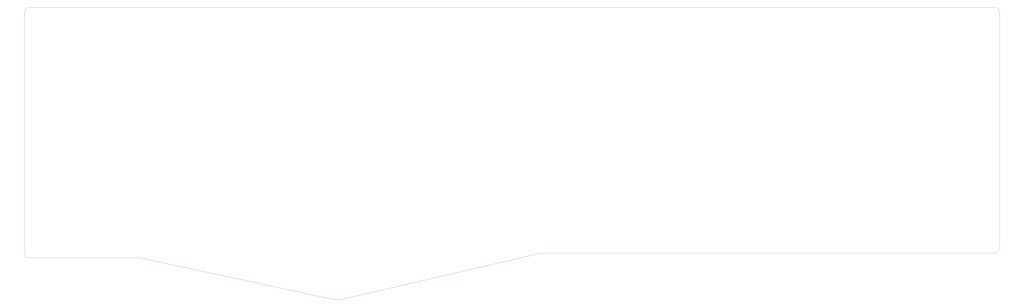
<source format=gbr>
%TF.GenerationSoftware,KiCad,Pcbnew,(6.0.9)*%
%TF.CreationDate,2022-12-16T23:57:13-05:00*%
%TF.ProjectId,rp2040 keeb,72703230-3430-4206-9b65-65622e6b6963,rev?*%
%TF.SameCoordinates,Original*%
%TF.FileFunction,Profile,NP*%
%FSLAX46Y46*%
G04 Gerber Fmt 4.6, Leading zero omitted, Abs format (unit mm)*
G04 Created by KiCad (PCBNEW (6.0.9)) date 2022-12-16 23:57:13*
%MOMM*%
%LPD*%
G01*
G04 APERTURE LIST*
%TA.AperFunction,Profile*%
%ADD10C,0.100000*%
%TD*%
G04 APERTURE END LIST*
D10*
X535532500Y-209083750D02*
X535532500Y-92402500D01*
X111686298Y-213841202D02*
X207433750Y-234493750D01*
X56901250Y-90021200D02*
G75*
G03*
X54520000Y-92402500I50J-2381300D01*
G01*
X56901250Y-90021250D02*
X533151250Y-90021250D01*
X309313750Y-211465000D02*
X210633750Y-234433750D01*
X54520000Y-92402500D02*
X54536298Y-211459952D01*
X533151250Y-211465000D02*
X309313750Y-211465000D01*
X533151250Y-211465000D02*
G75*
G03*
X535532500Y-209083750I25350J2355900D01*
G01*
X207433750Y-234493751D02*
G75*
G03*
X210633750Y-234433750I1471250J6896551D01*
G01*
X54536298Y-211459952D02*
G75*
G03*
X56917548Y-213841202I2365102J-16148D01*
G01*
X535532450Y-92402500D02*
G75*
G03*
X533151250Y-90021250I-2381250J0D01*
G01*
X56917548Y-213841202D02*
X111686298Y-213841202D01*
M02*

</source>
